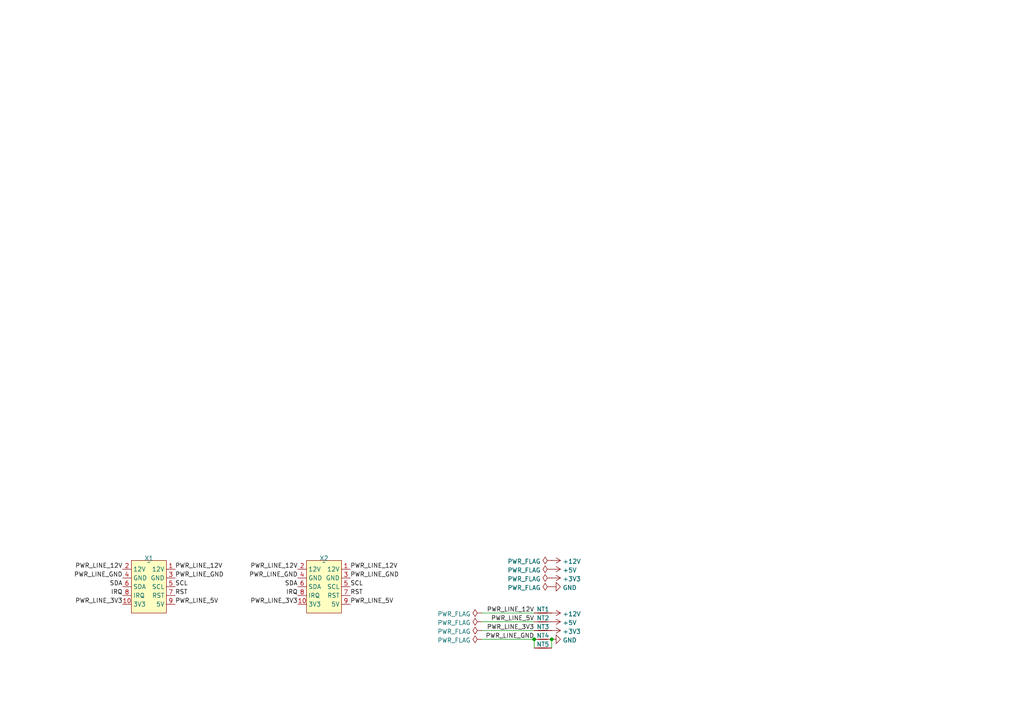
<source format=kicad_sch>
(kicad_sch (version 20220904) (generator eeschema)
  (paper "A4")
  (lib_symbols
    (symbol "Device:NetTie_2" (pin_numbers hide) (pin_names (offset 0) hide)
      (property "Reference" "NT" (at 0 1.27 0))
      (property "Value" "NetTie_2" (at 0 -1.27 0))
      (symbol "NetTie_2_0_1"
        (polyline (pts (xy -1.27 0) (xy 1.27 0)) (stroke (width 0.254)))
      )
      (symbol "NetTie_2_1_1"
        (pin passive line (at -2.54 0 0) (length 2.54) (name "1") (number "1"))
        (pin passive line (at 2.54 0 180) (length 2.54) (name "2") (number "2"))
      )
    )
    (symbol "power:+12V" (power) (pin_names (offset 0))
      (property "Value" "+12V" (at 0 3.556 0))
      (symbol "+12V_0_1"
        (polyline (pts (xy -0.762 1.27) (xy 0 2.54)))
        (polyline (pts (xy 0 0) (xy 0 2.54)))
        (polyline (pts (xy 0 2.54) (xy 0.762 1.27)))
      )
      (symbol "+12V_1_1"
        (pin power_in line (at 0 0 90) (length 0) hide (name "+12V") (number "1"))
      )
    )
    (symbol "power:+3V3" (power) (pin_names (offset 0))
      (property "Value" "+3V3" (at 0 3.556 0))
      (symbol "+3V3_0_1"
        (polyline (pts (xy -0.762 1.27) (xy 0 2.54)))
        (polyline (pts (xy 0 0) (xy 0 2.54)))
        (polyline (pts (xy 0 2.54) (xy 0.762 1.27)))
      )
      (symbol "+3V3_1_1"
        (pin power_in line (at 0 0 90) (length 0) hide (name "+3V3") (number "1"))
      )
    )
    (symbol "power:+5V" (power) (pin_names (offset 0))
      (property "Value" "+5V" (at 0 3.556 0))
      (symbol "+5V_0_1"
        (polyline (pts (xy -0.762 1.27) (xy 0 2.54)))
        (polyline (pts (xy 0 0) (xy 0 2.54)))
        (polyline (pts (xy 0 2.54) (xy 0.762 1.27)))
      )
      (symbol "+5V_1_1"
        (pin power_in line (at 0 0 90) (length 0) hide (name "+5V") (number "1"))
      )
    )
    (symbol "power:GND" (power) (pin_names (offset 0))
      (property "Value" "GND" (at 0 -3.81 0))
      (symbol "GND_0_1"
        (polyline (pts (xy 0 0) (xy 0 -1.27) (xy 1.27 -1.27) (xy 0 -2.54) (xy -1.27 -1.27) (xy 0 -1.27)))
      )
      (symbol "GND_1_1"
        (pin power_in line (at 0 0 270) (length 0) hide (name "GND") (number "1"))
      )
    )
    (symbol "power:PWR_FLAG" (power) (pin_numbers hide) (pin_names (offset 0) hide)
      (property "Value" "PWR_FLAG" (at 0 3.81 0))
      (symbol "PWR_FLAG_0_0"
        (pin power_out line (at 0 0 90) (length 0) (name "pwr") (number "1"))
      )
      (symbol "PWR_FLAG_0_1"
        (polyline (pts (xy 0 0) (xy 0 1.27) (xy -1.016 1.905) (xy 0 2.54) (xy 1.016 1.905) (xy 0 1.27)))
      )
    )
    (symbol "t80:t80-pin-header"
      (property "Reference" "X" (at 0 8.89 0))
      (symbol "t80-pin-header_0_0"
        (pin power_in line (at 7.62 5.08 180) (length 2.54) (name "12V") (number "1"))
        (pin power_in line (at -7.62 -5.08 0) (length 2.54) (name "3V3") (number "10"))
        (pin power_in line (at -7.62 5.08 0) (length 2.54) (name "12V") (number "2"))
        (pin power_in line (at 7.62 2.54 180) (length 2.54) (name "GND") (number "3"))
        (pin power_in line (at -7.62 2.54 0) (length 2.54) (name "GND") (number "4"))
        (pin bidirectional line (at 7.62 0 180) (length 2.54) (name "SCL") (number "5"))
        (pin bidirectional line (at -7.62 0 0) (length 2.54) (name "SDA") (number "6"))
        (pin bidirectional line (at 7.62 -2.54 180) (length 2.54) (name "RST") (number "7"))
        (pin bidirectional line (at -7.62 -2.54 0) (length 2.54) (name "IRQ") (number "8"))
        (pin power_in line (at 7.62 -5.08 180) (length 2.54) (name "5V") (number "9"))
      )
      (symbol "t80-pin-header_0_1"
        (rectangle (start -5.08 7.62) (end 5.08 -7.62) (fill (type background)))
      )
    )
  )
  (junction (at 154.94 185.42))
  (junction (at 160.02 185.42))
  (wire (pts (xy 154.94 185.42) (xy 154.94 187.96)))
  (wire (pts (xy 139.7 177.8) (xy 154.94 177.8)))
  (wire (pts (xy 139.7 180.34) (xy 154.94 180.34)))
  (wire (pts (xy 139.7 182.88) (xy 154.94 182.88)))
  (wire (pts (xy 160.02 185.42) (xy 160.02 187.96)))
  (wire (pts (xy 139.7 185.42) (xy 154.94 185.42)))
  (label "IRQ" (at 86.36 172.72 180))
  (label "PWR_LINE_3V3" (at 35.56 175.26 180))
  (label "PWR_LINE_3V3" (at 86.36 175.26 180))
  (label "PWR_LINE_12V" (at 154.94 177.8 180))
  (label "PWR_LINE_GND" (at 35.56 167.64 180))
  (label "RST" (at 50.8 172.72 0))
  (label "IRQ" (at 35.56 172.72 180))
  (label "RST" (at 101.6 172.72 0))
  (label "SCL" (at 101.6 170.18 0))
  (label "SDA" (at 35.56 170.18 180))
  (label "PWR_LINE_GND" (at 154.94 185.42 180))
  (label "SDA" (at 86.36 170.18 180))
  (label "PWR_LINE_5V" (at 101.6 175.26 0))
  (label "PWR_LINE_12V" (at 50.8 165.1 0))
  (label "PWR_LINE_5V" (at 154.94 180.34 180))
  (label "PWR_LINE_GND" (at 101.6 167.64 0))
  (label "PWR_LINE_GND" (at 86.36 167.64 180))
  (label "PWR_LINE_3V3" (at 154.94 182.88 180))
  (label "PWR_LINE_12V" (at 86.36 165.1 180))
  (label "PWR_LINE_GND" (at 50.8 167.64 0))
  (label "PWR_LINE_5V" (at 50.8 175.26 0))
  (label "SCL" (at 50.8 170.18 0))
  (label "PWR_LINE_12V" (at 101.6 165.1 0))
  (label "PWR_LINE_12V" (at 35.56 165.1 180))
  (symbol (lib_id "t80:t80-pin-header") (at 93.98 170.18 0) (unit 1)
    (default_instance (reference "X1") (unit 1) (value "~") (footprint ""))
    (property "Reference" "X2" (at 93.98 161.9123 0))
    (property "Value" "~" (at 93.98 163.0395 0))
    (property "Footprint" "Connector_PinSocket_2.54mm:PinSocket_2x05_P2.54mm_Vertical" (effects hide))
  )
  (symbol (lib_id "power:PWR_FLAG") (at 160.02 162.56 90) (unit 1)
    (default_instance (reference "#FLG?") (unit 1) (value "PWR_FLAG") (footprint ""))
    (property "Reference" "#FLG0105" (effects hide))
    (property "Value" "PWR_FLAG" (at 156.8451 162.8466 90) (effects (justify left)))
  )
  (symbol (lib_id "Device:NetTie_2") (at 157.48 177.8 0) (unit 1)
    (default_instance (reference "NT1") (unit 1) (value "NetTie_2") (footprint ""))
    (property "Reference" "NT1" (at 157.48 176.7301 0))
    (property "Value" "NetTie_2" (effects hide))
    (property "Footprint" "t80:NetTie-2_SMD_Pad2mm-T80" (effects hide))
  )
  (symbol (lib_id "power:PWR_FLAG") (at 160.02 167.64 90) (unit 1)
    (default_instance (reference "#FLG?") (unit 1) (value "PWR_FLAG") (footprint ""))
    (property "Reference" "#FLG0107" (effects hide))
    (property "Value" "PWR_FLAG" (at 156.8451 167.9266 90) (effects (justify left)))
  )
  (symbol (lib_id "power:PWR_FLAG") (at 139.7 182.88 90) (unit 1)
    (default_instance (reference "#FLG?") (unit 1) (value "PWR_FLAG") (footprint ""))
    (property "Reference" "#FLG0101" (effects hide))
    (property "Value" "PWR_FLAG" (at 136.5251 183.1666 90) (effects (justify left)))
  )
  (symbol (lib_id "power:GND") (at 160.02 170.18 90) (unit 1)
    (default_instance (reference "#PWR?") (unit 1) (value "GND") (footprint ""))
    (property "Reference" "#PWR0112" (effects hide))
    (property "Value" "GND" (at 163.195 170.4666 90) (effects (justify right)))
  )
  (symbol (lib_id "power:+12V") (at 160.02 177.8 270) (unit 1)
    (default_instance (reference "#PWR?") (unit 1) (value "+12V") (footprint ""))
    (property "Reference" "#PWR0106" (effects hide))
    (property "Value" "+12V" (at 163.195 178.0866 90) (effects (justify left)))
  )
  (symbol (lib_id "Device:NetTie_2") (at 157.48 182.88 0) (unit 1)
    (default_instance (reference "NT1") (unit 1) (value "NetTie_2") (footprint ""))
    (property "Reference" "NT3" (at 157.48 181.8101 0))
    (property "Value" "NetTie_2" (effects hide))
    (property "Footprint" "t80:NetTie-2_SMD_Pad0.25mm-T80" (effects hide))
  )
  (symbol (lib_id "power:GND") (at 160.02 185.42 90) (unit 1)
    (default_instance (reference "#PWR?") (unit 1) (value "GND") (footprint ""))
    (property "Reference" "#PWR0115" (effects hide))
    (property "Value" "GND" (at 163.195 185.7066 90) (effects (justify right)))
  )
  (symbol (lib_id "power:+5V") (at 160.02 180.34 270) (unit 1)
    (default_instance (reference "#PWR?") (unit 1) (value "+5V") (footprint ""))
    (property "Reference" "#PWR0103" (effects hide))
    (property "Value" "+5V" (at 163.195 180.6266 90) (effects (justify left)))
  )
  (symbol (lib_id "power:+5V") (at 160.02 165.1 270) (unit 1)
    (default_instance (reference "#PWR?") (unit 1) (value "+5V") (footprint ""))
    (property "Reference" "#PWR0101" (effects hide))
    (property "Value" "+5V" (at 163.195 165.3866 90) (effects (justify left)))
  )
  (symbol (lib_id "power:PWR_FLAG") (at 139.7 185.42 90) (unit 1)
    (default_instance (reference "#FLG?") (unit 1) (value "PWR_FLAG") (footprint ""))
    (property "Reference" "#FLG0103" (effects hide))
    (property "Value" "PWR_FLAG" (at 136.5251 185.7066 90) (effects (justify left)))
  )
  (symbol (lib_id "power:PWR_FLAG") (at 139.7 180.34 90) (unit 1)
    (default_instance (reference "#FLG?") (unit 1) (value "PWR_FLAG") (footprint ""))
    (property "Reference" "#FLG0104" (effects hide))
    (property "Value" "PWR_FLAG" (at 136.5251 180.6266 90) (effects (justify left)))
  )
  (symbol (lib_id "t80:t80-pin-header") (at 43.18 170.18 0) (unit 1)
    (default_instance (reference "X1") (unit 1) (value "~") (footprint ""))
    (property "Reference" "X1" (at 43.18 161.9123 0))
    (property "Value" "~" (at 43.18 163.0395 0))
    (property "Footprint" "Connector_PinSocket_2.54mm:PinSocket_2x05_P2.54mm_Vertical" (effects hide))
  )
  (symbol (lib_id "Device:NetTie_2") (at 157.48 185.42 0) (unit 1)
    (default_instance (reference "NT1") (unit 1) (value "NetTie_2") (footprint ""))
    (property "Reference" "NT4" (at 157.48 184.3501 0))
    (property "Value" "NetTie_2" (effects hide))
    (property "Footprint" "t80:NetTie-2_SMD_Pad2mm-T80" (effects hide))
  )
  (symbol (lib_id "power:PWR_FLAG") (at 139.7 177.8 90) (unit 1)
    (default_instance (reference "#FLG?") (unit 1) (value "PWR_FLAG") (footprint ""))
    (property "Reference" "#FLG0102" (effects hide))
    (property "Value" "PWR_FLAG" (at 136.5251 178.0866 90) (effects (justify left)))
  )
  (symbol (lib_id "power:+3V3") (at 160.02 167.64 270) (unit 1)
    (default_instance (reference "#PWR?") (unit 1) (value "+3V3") (footprint ""))
    (property "Reference" "#PWR0110" (effects hide))
    (property "Value" "+3V3" (at 163.195 167.9266 90) (effects (justify left)))
  )
  (symbol (lib_id "Device:NetTie_2") (at 157.48 187.96 0) (unit 1)
    (default_instance (reference "NT1") (unit 1) (value "NetTie_2") (footprint ""))
    (property "Reference" "NT5" (at 157.48 186.8901 0))
    (property "Value" "NetTie_2" (effects hide))
    (property "Footprint" "t80:NetTie-2_SMD_Pad2mm-T80" (effects hide))
  )
  (symbol (lib_id "power:+12V") (at 160.02 162.56 270) (unit 1)
    (default_instance (reference "#PWR?") (unit 1) (value "+12V") (footprint ""))
    (property "Reference" "#PWR0111" (effects hide))
    (property "Value" "+12V" (at 163.195 162.8466 90) (effects (justify left)))
  )
  (symbol (lib_id "power:+3V3") (at 160.02 182.88 270) (unit 1)
    (default_instance (reference "#PWR?") (unit 1) (value "+3V3") (footprint ""))
    (property "Reference" "#PWR0116" (effects hide))
    (property "Value" "+3V3" (at 163.195 183.1666 90) (effects (justify left)))
  )
  (symbol (lib_id "power:PWR_FLAG") (at 160.02 165.1 90) (unit 1)
    (default_instance (reference "#FLG?") (unit 1) (value "PWR_FLAG") (footprint ""))
    (property "Reference" "#FLG0106" (effects hide))
    (property "Value" "PWR_FLAG" (at 156.8451 165.3866 90) (effects (justify left)))
  )
  (symbol (lib_id "power:PWR_FLAG") (at 160.02 170.18 90) (unit 1)
    (default_instance (reference "#FLG?") (unit 1) (value "PWR_FLAG") (footprint ""))
    (property "Reference" "#FLG0108" (effects hide))
    (property "Value" "PWR_FLAG" (at 156.8451 170.4666 90) (effects (justify left)))
  )
  (symbol (lib_id "Device:NetTie_2") (at 157.48 180.34 0) (unit 1)
    (default_instance (reference "NT1") (unit 1) (value "NetTie_2") (footprint ""))
    (property "Reference" "NT2" (at 157.48 179.2701 0))
    (property "Value" "NetTie_2" (effects hide))
    (property "Footprint" "t80:NetTie-2_SMD_Pad0.25mm-T80" (effects hide))
  )
)
</source>
